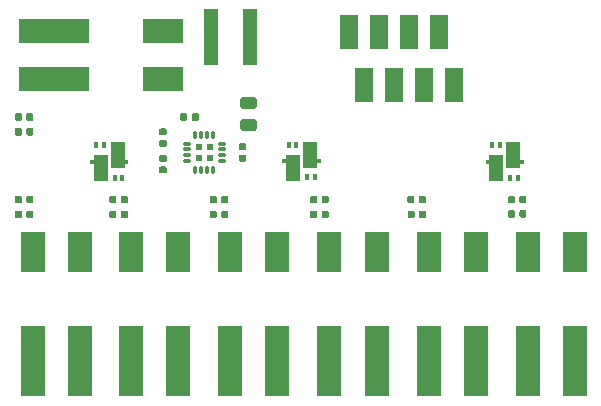
<source format=gbr>
G04 #@! TF.GenerationSoftware,KiCad,Pcbnew,5.0.2-bee76a0~70~ubuntu18.04.1*
G04 #@! TF.CreationDate,2020-03-12T15:00:25+01:00*
G04 #@! TF.ProjectId,magneto_bot_shield,6d61676e-6574-46f5-9f62-6f745f736869,rev?*
G04 #@! TF.SameCoordinates,Original*
G04 #@! TF.FileFunction,Paste,Top*
G04 #@! TF.FilePolarity,Positive*
%FSLAX46Y46*%
G04 Gerber Fmt 4.6, Leading zero omitted, Abs format (unit mm)*
G04 Created by KiCad (PCBNEW 5.0.2-bee76a0~70~ubuntu18.04.1) date Do 12 Mär 2020 15:00:25 CET*
%MOMM*%
%LPD*%
G01*
G04 APERTURE LIST*
%ADD10R,0.370000X0.430000*%
%ADD11R,0.400000X0.580000*%
%ADD12R,1.205000X2.225000*%
%ADD13C,0.100000*%
%ADD14C,0.590000*%
%ADD15C,0.975000*%
%ADD16R,2.000000X3.500000*%
%ADD17R,2.000000X6.000000*%
%ADD18R,3.500000X2.000000*%
%ADD19R,6.000000X2.000000*%
%ADD20R,1.180000X4.700000*%
%ADD21O,0.750000X0.300000*%
%ADD22O,0.300000X0.750000*%
%ADD23R,0.540000X0.540000*%
%ADD24R,1.500000X3.000000*%
G04 APERTURE END LIST*
D10*
G04 #@! TO.C,Q1*
X148417500Y-107522500D03*
X145487500Y-107522500D03*
D11*
X145852500Y-106162400D03*
X146502500Y-106162500D03*
X148052500Y-108882500D03*
X147402500Y-108882500D03*
D12*
X147680000Y-106975000D03*
X146225000Y-108070000D03*
G04 #@! TD*
D13*
G04 #@! TO.C,C1*
G36*
X153426958Y-103430710D02*
X153441276Y-103432834D01*
X153455317Y-103436351D01*
X153468946Y-103441228D01*
X153482031Y-103447417D01*
X153494447Y-103454858D01*
X153506073Y-103463481D01*
X153516798Y-103473202D01*
X153526519Y-103483927D01*
X153535142Y-103495553D01*
X153542583Y-103507969D01*
X153548772Y-103521054D01*
X153553649Y-103534683D01*
X153557166Y-103548724D01*
X153559290Y-103563042D01*
X153560000Y-103577500D01*
X153560000Y-103922500D01*
X153559290Y-103936958D01*
X153557166Y-103951276D01*
X153553649Y-103965317D01*
X153548772Y-103978946D01*
X153542583Y-103992031D01*
X153535142Y-104004447D01*
X153526519Y-104016073D01*
X153516798Y-104026798D01*
X153506073Y-104036519D01*
X153494447Y-104045142D01*
X153482031Y-104052583D01*
X153468946Y-104058772D01*
X153455317Y-104063649D01*
X153441276Y-104067166D01*
X153426958Y-104069290D01*
X153412500Y-104070000D01*
X153117500Y-104070000D01*
X153103042Y-104069290D01*
X153088724Y-104067166D01*
X153074683Y-104063649D01*
X153061054Y-104058772D01*
X153047969Y-104052583D01*
X153035553Y-104045142D01*
X153023927Y-104036519D01*
X153013202Y-104026798D01*
X153003481Y-104016073D01*
X152994858Y-104004447D01*
X152987417Y-103992031D01*
X152981228Y-103978946D01*
X152976351Y-103965317D01*
X152972834Y-103951276D01*
X152970710Y-103936958D01*
X152970000Y-103922500D01*
X152970000Y-103577500D01*
X152970710Y-103563042D01*
X152972834Y-103548724D01*
X152976351Y-103534683D01*
X152981228Y-103521054D01*
X152987417Y-103507969D01*
X152994858Y-103495553D01*
X153003481Y-103483927D01*
X153013202Y-103473202D01*
X153023927Y-103463481D01*
X153035553Y-103454858D01*
X153047969Y-103447417D01*
X153061054Y-103441228D01*
X153074683Y-103436351D01*
X153088724Y-103432834D01*
X153103042Y-103430710D01*
X153117500Y-103430000D01*
X153412500Y-103430000D01*
X153426958Y-103430710D01*
X153426958Y-103430710D01*
G37*
D14*
X153265000Y-103750000D03*
D13*
G36*
X154396958Y-103430710D02*
X154411276Y-103432834D01*
X154425317Y-103436351D01*
X154438946Y-103441228D01*
X154452031Y-103447417D01*
X154464447Y-103454858D01*
X154476073Y-103463481D01*
X154486798Y-103473202D01*
X154496519Y-103483927D01*
X154505142Y-103495553D01*
X154512583Y-103507969D01*
X154518772Y-103521054D01*
X154523649Y-103534683D01*
X154527166Y-103548724D01*
X154529290Y-103563042D01*
X154530000Y-103577500D01*
X154530000Y-103922500D01*
X154529290Y-103936958D01*
X154527166Y-103951276D01*
X154523649Y-103965317D01*
X154518772Y-103978946D01*
X154512583Y-103992031D01*
X154505142Y-104004447D01*
X154496519Y-104016073D01*
X154486798Y-104026798D01*
X154476073Y-104036519D01*
X154464447Y-104045142D01*
X154452031Y-104052583D01*
X154438946Y-104058772D01*
X154425317Y-104063649D01*
X154411276Y-104067166D01*
X154396958Y-104069290D01*
X154382500Y-104070000D01*
X154087500Y-104070000D01*
X154073042Y-104069290D01*
X154058724Y-104067166D01*
X154044683Y-104063649D01*
X154031054Y-104058772D01*
X154017969Y-104052583D01*
X154005553Y-104045142D01*
X153993927Y-104036519D01*
X153983202Y-104026798D01*
X153973481Y-104016073D01*
X153964858Y-104004447D01*
X153957417Y-103992031D01*
X153951228Y-103978946D01*
X153946351Y-103965317D01*
X153942834Y-103951276D01*
X153940710Y-103936958D01*
X153940000Y-103922500D01*
X153940000Y-103577500D01*
X153940710Y-103563042D01*
X153942834Y-103548724D01*
X153946351Y-103534683D01*
X153951228Y-103521054D01*
X153957417Y-103507969D01*
X153964858Y-103495553D01*
X153973481Y-103483927D01*
X153983202Y-103473202D01*
X153993927Y-103463481D01*
X154005553Y-103454858D01*
X154017969Y-103447417D01*
X154031054Y-103441228D01*
X154044683Y-103436351D01*
X154058724Y-103432834D01*
X154073042Y-103430710D01*
X154087500Y-103430000D01*
X154382500Y-103430000D01*
X154396958Y-103430710D01*
X154396958Y-103430710D01*
G37*
D14*
X154235000Y-103750000D03*
G04 #@! TD*
D13*
G04 #@! TO.C,C2*
G36*
X151686958Y-105690710D02*
X151701276Y-105692834D01*
X151715317Y-105696351D01*
X151728946Y-105701228D01*
X151742031Y-105707417D01*
X151754447Y-105714858D01*
X151766073Y-105723481D01*
X151776798Y-105733202D01*
X151786519Y-105743927D01*
X151795142Y-105755553D01*
X151802583Y-105767969D01*
X151808772Y-105781054D01*
X151813649Y-105794683D01*
X151817166Y-105808724D01*
X151819290Y-105823042D01*
X151820000Y-105837500D01*
X151820000Y-106132500D01*
X151819290Y-106146958D01*
X151817166Y-106161276D01*
X151813649Y-106175317D01*
X151808772Y-106188946D01*
X151802583Y-106202031D01*
X151795142Y-106214447D01*
X151786519Y-106226073D01*
X151776798Y-106236798D01*
X151766073Y-106246519D01*
X151754447Y-106255142D01*
X151742031Y-106262583D01*
X151728946Y-106268772D01*
X151715317Y-106273649D01*
X151701276Y-106277166D01*
X151686958Y-106279290D01*
X151672500Y-106280000D01*
X151327500Y-106280000D01*
X151313042Y-106279290D01*
X151298724Y-106277166D01*
X151284683Y-106273649D01*
X151271054Y-106268772D01*
X151257969Y-106262583D01*
X151245553Y-106255142D01*
X151233927Y-106246519D01*
X151223202Y-106236798D01*
X151213481Y-106226073D01*
X151204858Y-106214447D01*
X151197417Y-106202031D01*
X151191228Y-106188946D01*
X151186351Y-106175317D01*
X151182834Y-106161276D01*
X151180710Y-106146958D01*
X151180000Y-106132500D01*
X151180000Y-105837500D01*
X151180710Y-105823042D01*
X151182834Y-105808724D01*
X151186351Y-105794683D01*
X151191228Y-105781054D01*
X151197417Y-105767969D01*
X151204858Y-105755553D01*
X151213481Y-105743927D01*
X151223202Y-105733202D01*
X151233927Y-105723481D01*
X151245553Y-105714858D01*
X151257969Y-105707417D01*
X151271054Y-105701228D01*
X151284683Y-105696351D01*
X151298724Y-105692834D01*
X151313042Y-105690710D01*
X151327500Y-105690000D01*
X151672500Y-105690000D01*
X151686958Y-105690710D01*
X151686958Y-105690710D01*
G37*
D14*
X151500000Y-105985000D03*
D13*
G36*
X151686958Y-104720710D02*
X151701276Y-104722834D01*
X151715317Y-104726351D01*
X151728946Y-104731228D01*
X151742031Y-104737417D01*
X151754447Y-104744858D01*
X151766073Y-104753481D01*
X151776798Y-104763202D01*
X151786519Y-104773927D01*
X151795142Y-104785553D01*
X151802583Y-104797969D01*
X151808772Y-104811054D01*
X151813649Y-104824683D01*
X151817166Y-104838724D01*
X151819290Y-104853042D01*
X151820000Y-104867500D01*
X151820000Y-105162500D01*
X151819290Y-105176958D01*
X151817166Y-105191276D01*
X151813649Y-105205317D01*
X151808772Y-105218946D01*
X151802583Y-105232031D01*
X151795142Y-105244447D01*
X151786519Y-105256073D01*
X151776798Y-105266798D01*
X151766073Y-105276519D01*
X151754447Y-105285142D01*
X151742031Y-105292583D01*
X151728946Y-105298772D01*
X151715317Y-105303649D01*
X151701276Y-105307166D01*
X151686958Y-105309290D01*
X151672500Y-105310000D01*
X151327500Y-105310000D01*
X151313042Y-105309290D01*
X151298724Y-105307166D01*
X151284683Y-105303649D01*
X151271054Y-105298772D01*
X151257969Y-105292583D01*
X151245553Y-105285142D01*
X151233927Y-105276519D01*
X151223202Y-105266798D01*
X151213481Y-105256073D01*
X151204858Y-105244447D01*
X151197417Y-105232031D01*
X151191228Y-105218946D01*
X151186351Y-105205317D01*
X151182834Y-105191276D01*
X151180710Y-105176958D01*
X151180000Y-105162500D01*
X151180000Y-104867500D01*
X151180710Y-104853042D01*
X151182834Y-104838724D01*
X151186351Y-104824683D01*
X151191228Y-104811054D01*
X151197417Y-104797969D01*
X151204858Y-104785553D01*
X151213481Y-104773927D01*
X151223202Y-104763202D01*
X151233927Y-104753481D01*
X151245553Y-104744858D01*
X151257969Y-104737417D01*
X151271054Y-104731228D01*
X151284683Y-104726351D01*
X151298724Y-104722834D01*
X151313042Y-104720710D01*
X151327500Y-104720000D01*
X151672500Y-104720000D01*
X151686958Y-104720710D01*
X151686958Y-104720710D01*
G37*
D14*
X151500000Y-105015000D03*
G04 #@! TD*
D13*
G04 #@! TO.C,C3*
G36*
X151686958Y-106970710D02*
X151701276Y-106972834D01*
X151715317Y-106976351D01*
X151728946Y-106981228D01*
X151742031Y-106987417D01*
X151754447Y-106994858D01*
X151766073Y-107003481D01*
X151776798Y-107013202D01*
X151786519Y-107023927D01*
X151795142Y-107035553D01*
X151802583Y-107047969D01*
X151808772Y-107061054D01*
X151813649Y-107074683D01*
X151817166Y-107088724D01*
X151819290Y-107103042D01*
X151820000Y-107117500D01*
X151820000Y-107412500D01*
X151819290Y-107426958D01*
X151817166Y-107441276D01*
X151813649Y-107455317D01*
X151808772Y-107468946D01*
X151802583Y-107482031D01*
X151795142Y-107494447D01*
X151786519Y-107506073D01*
X151776798Y-107516798D01*
X151766073Y-107526519D01*
X151754447Y-107535142D01*
X151742031Y-107542583D01*
X151728946Y-107548772D01*
X151715317Y-107553649D01*
X151701276Y-107557166D01*
X151686958Y-107559290D01*
X151672500Y-107560000D01*
X151327500Y-107560000D01*
X151313042Y-107559290D01*
X151298724Y-107557166D01*
X151284683Y-107553649D01*
X151271054Y-107548772D01*
X151257969Y-107542583D01*
X151245553Y-107535142D01*
X151233927Y-107526519D01*
X151223202Y-107516798D01*
X151213481Y-107506073D01*
X151204858Y-107494447D01*
X151197417Y-107482031D01*
X151191228Y-107468946D01*
X151186351Y-107455317D01*
X151182834Y-107441276D01*
X151180710Y-107426958D01*
X151180000Y-107412500D01*
X151180000Y-107117500D01*
X151180710Y-107103042D01*
X151182834Y-107088724D01*
X151186351Y-107074683D01*
X151191228Y-107061054D01*
X151197417Y-107047969D01*
X151204858Y-107035553D01*
X151213481Y-107023927D01*
X151223202Y-107013202D01*
X151233927Y-107003481D01*
X151245553Y-106994858D01*
X151257969Y-106987417D01*
X151271054Y-106981228D01*
X151284683Y-106976351D01*
X151298724Y-106972834D01*
X151313042Y-106970710D01*
X151327500Y-106970000D01*
X151672500Y-106970000D01*
X151686958Y-106970710D01*
X151686958Y-106970710D01*
G37*
D14*
X151500000Y-107265000D03*
D13*
G36*
X151686958Y-107940710D02*
X151701276Y-107942834D01*
X151715317Y-107946351D01*
X151728946Y-107951228D01*
X151742031Y-107957417D01*
X151754447Y-107964858D01*
X151766073Y-107973481D01*
X151776798Y-107983202D01*
X151786519Y-107993927D01*
X151795142Y-108005553D01*
X151802583Y-108017969D01*
X151808772Y-108031054D01*
X151813649Y-108044683D01*
X151817166Y-108058724D01*
X151819290Y-108073042D01*
X151820000Y-108087500D01*
X151820000Y-108382500D01*
X151819290Y-108396958D01*
X151817166Y-108411276D01*
X151813649Y-108425317D01*
X151808772Y-108438946D01*
X151802583Y-108452031D01*
X151795142Y-108464447D01*
X151786519Y-108476073D01*
X151776798Y-108486798D01*
X151766073Y-108496519D01*
X151754447Y-108505142D01*
X151742031Y-108512583D01*
X151728946Y-108518772D01*
X151715317Y-108523649D01*
X151701276Y-108527166D01*
X151686958Y-108529290D01*
X151672500Y-108530000D01*
X151327500Y-108530000D01*
X151313042Y-108529290D01*
X151298724Y-108527166D01*
X151284683Y-108523649D01*
X151271054Y-108518772D01*
X151257969Y-108512583D01*
X151245553Y-108505142D01*
X151233927Y-108496519D01*
X151223202Y-108486798D01*
X151213481Y-108476073D01*
X151204858Y-108464447D01*
X151197417Y-108452031D01*
X151191228Y-108438946D01*
X151186351Y-108425317D01*
X151182834Y-108411276D01*
X151180710Y-108396958D01*
X151180000Y-108382500D01*
X151180000Y-108087500D01*
X151180710Y-108073042D01*
X151182834Y-108058724D01*
X151186351Y-108044683D01*
X151191228Y-108031054D01*
X151197417Y-108017969D01*
X151204858Y-108005553D01*
X151213481Y-107993927D01*
X151223202Y-107983202D01*
X151233927Y-107973481D01*
X151245553Y-107964858D01*
X151257969Y-107957417D01*
X151271054Y-107951228D01*
X151284683Y-107946351D01*
X151298724Y-107942834D01*
X151313042Y-107940710D01*
X151327500Y-107940000D01*
X151672500Y-107940000D01*
X151686958Y-107940710D01*
X151686958Y-107940710D01*
G37*
D14*
X151500000Y-108235000D03*
G04 #@! TD*
D13*
G04 #@! TO.C,C4*
G36*
X158436958Y-105970710D02*
X158451276Y-105972834D01*
X158465317Y-105976351D01*
X158478946Y-105981228D01*
X158492031Y-105987417D01*
X158504447Y-105994858D01*
X158516073Y-106003481D01*
X158526798Y-106013202D01*
X158536519Y-106023927D01*
X158545142Y-106035553D01*
X158552583Y-106047969D01*
X158558772Y-106061054D01*
X158563649Y-106074683D01*
X158567166Y-106088724D01*
X158569290Y-106103042D01*
X158570000Y-106117500D01*
X158570000Y-106412500D01*
X158569290Y-106426958D01*
X158567166Y-106441276D01*
X158563649Y-106455317D01*
X158558772Y-106468946D01*
X158552583Y-106482031D01*
X158545142Y-106494447D01*
X158536519Y-106506073D01*
X158526798Y-106516798D01*
X158516073Y-106526519D01*
X158504447Y-106535142D01*
X158492031Y-106542583D01*
X158478946Y-106548772D01*
X158465317Y-106553649D01*
X158451276Y-106557166D01*
X158436958Y-106559290D01*
X158422500Y-106560000D01*
X158077500Y-106560000D01*
X158063042Y-106559290D01*
X158048724Y-106557166D01*
X158034683Y-106553649D01*
X158021054Y-106548772D01*
X158007969Y-106542583D01*
X157995553Y-106535142D01*
X157983927Y-106526519D01*
X157973202Y-106516798D01*
X157963481Y-106506073D01*
X157954858Y-106494447D01*
X157947417Y-106482031D01*
X157941228Y-106468946D01*
X157936351Y-106455317D01*
X157932834Y-106441276D01*
X157930710Y-106426958D01*
X157930000Y-106412500D01*
X157930000Y-106117500D01*
X157930710Y-106103042D01*
X157932834Y-106088724D01*
X157936351Y-106074683D01*
X157941228Y-106061054D01*
X157947417Y-106047969D01*
X157954858Y-106035553D01*
X157963481Y-106023927D01*
X157973202Y-106013202D01*
X157983927Y-106003481D01*
X157995553Y-105994858D01*
X158007969Y-105987417D01*
X158021054Y-105981228D01*
X158034683Y-105976351D01*
X158048724Y-105972834D01*
X158063042Y-105970710D01*
X158077500Y-105970000D01*
X158422500Y-105970000D01*
X158436958Y-105970710D01*
X158436958Y-105970710D01*
G37*
D14*
X158250000Y-106265000D03*
D13*
G36*
X158436958Y-106940710D02*
X158451276Y-106942834D01*
X158465317Y-106946351D01*
X158478946Y-106951228D01*
X158492031Y-106957417D01*
X158504447Y-106964858D01*
X158516073Y-106973481D01*
X158526798Y-106983202D01*
X158536519Y-106993927D01*
X158545142Y-107005553D01*
X158552583Y-107017969D01*
X158558772Y-107031054D01*
X158563649Y-107044683D01*
X158567166Y-107058724D01*
X158569290Y-107073042D01*
X158570000Y-107087500D01*
X158570000Y-107382500D01*
X158569290Y-107396958D01*
X158567166Y-107411276D01*
X158563649Y-107425317D01*
X158558772Y-107438946D01*
X158552583Y-107452031D01*
X158545142Y-107464447D01*
X158536519Y-107476073D01*
X158526798Y-107486798D01*
X158516073Y-107496519D01*
X158504447Y-107505142D01*
X158492031Y-107512583D01*
X158478946Y-107518772D01*
X158465317Y-107523649D01*
X158451276Y-107527166D01*
X158436958Y-107529290D01*
X158422500Y-107530000D01*
X158077500Y-107530000D01*
X158063042Y-107529290D01*
X158048724Y-107527166D01*
X158034683Y-107523649D01*
X158021054Y-107518772D01*
X158007969Y-107512583D01*
X157995553Y-107505142D01*
X157983927Y-107496519D01*
X157973202Y-107486798D01*
X157963481Y-107476073D01*
X157954858Y-107464447D01*
X157947417Y-107452031D01*
X157941228Y-107438946D01*
X157936351Y-107425317D01*
X157932834Y-107411276D01*
X157930710Y-107396958D01*
X157930000Y-107382500D01*
X157930000Y-107087500D01*
X157930710Y-107073042D01*
X157932834Y-107058724D01*
X157936351Y-107044683D01*
X157941228Y-107031054D01*
X157947417Y-107017969D01*
X157954858Y-107005553D01*
X157963481Y-106993927D01*
X157973202Y-106983202D01*
X157983927Y-106973481D01*
X157995553Y-106964858D01*
X158007969Y-106957417D01*
X158021054Y-106951228D01*
X158034683Y-106946351D01*
X158048724Y-106942834D01*
X158063042Y-106940710D01*
X158077500Y-106940000D01*
X158422500Y-106940000D01*
X158436958Y-106940710D01*
X158436958Y-106940710D01*
G37*
D14*
X158250000Y-107235000D03*
G04 #@! TD*
D13*
G04 #@! TO.C,C5*
G36*
X159230142Y-102076174D02*
X159253803Y-102079684D01*
X159277007Y-102085496D01*
X159299529Y-102093554D01*
X159321153Y-102103782D01*
X159341670Y-102116079D01*
X159360883Y-102130329D01*
X159378607Y-102146393D01*
X159394671Y-102164117D01*
X159408921Y-102183330D01*
X159421218Y-102203847D01*
X159431446Y-102225471D01*
X159439504Y-102247993D01*
X159445316Y-102271197D01*
X159448826Y-102294858D01*
X159450000Y-102318750D01*
X159450000Y-102806250D01*
X159448826Y-102830142D01*
X159445316Y-102853803D01*
X159439504Y-102877007D01*
X159431446Y-102899529D01*
X159421218Y-102921153D01*
X159408921Y-102941670D01*
X159394671Y-102960883D01*
X159378607Y-102978607D01*
X159360883Y-102994671D01*
X159341670Y-103008921D01*
X159321153Y-103021218D01*
X159299529Y-103031446D01*
X159277007Y-103039504D01*
X159253803Y-103045316D01*
X159230142Y-103048826D01*
X159206250Y-103050000D01*
X158293750Y-103050000D01*
X158269858Y-103048826D01*
X158246197Y-103045316D01*
X158222993Y-103039504D01*
X158200471Y-103031446D01*
X158178847Y-103021218D01*
X158158330Y-103008921D01*
X158139117Y-102994671D01*
X158121393Y-102978607D01*
X158105329Y-102960883D01*
X158091079Y-102941670D01*
X158078782Y-102921153D01*
X158068554Y-102899529D01*
X158060496Y-102877007D01*
X158054684Y-102853803D01*
X158051174Y-102830142D01*
X158050000Y-102806250D01*
X158050000Y-102318750D01*
X158051174Y-102294858D01*
X158054684Y-102271197D01*
X158060496Y-102247993D01*
X158068554Y-102225471D01*
X158078782Y-102203847D01*
X158091079Y-102183330D01*
X158105329Y-102164117D01*
X158121393Y-102146393D01*
X158139117Y-102130329D01*
X158158330Y-102116079D01*
X158178847Y-102103782D01*
X158200471Y-102093554D01*
X158222993Y-102085496D01*
X158246197Y-102079684D01*
X158269858Y-102076174D01*
X158293750Y-102075000D01*
X159206250Y-102075000D01*
X159230142Y-102076174D01*
X159230142Y-102076174D01*
G37*
D15*
X158750000Y-102562500D03*
D13*
G36*
X159230142Y-103951174D02*
X159253803Y-103954684D01*
X159277007Y-103960496D01*
X159299529Y-103968554D01*
X159321153Y-103978782D01*
X159341670Y-103991079D01*
X159360883Y-104005329D01*
X159378607Y-104021393D01*
X159394671Y-104039117D01*
X159408921Y-104058330D01*
X159421218Y-104078847D01*
X159431446Y-104100471D01*
X159439504Y-104122993D01*
X159445316Y-104146197D01*
X159448826Y-104169858D01*
X159450000Y-104193750D01*
X159450000Y-104681250D01*
X159448826Y-104705142D01*
X159445316Y-104728803D01*
X159439504Y-104752007D01*
X159431446Y-104774529D01*
X159421218Y-104796153D01*
X159408921Y-104816670D01*
X159394671Y-104835883D01*
X159378607Y-104853607D01*
X159360883Y-104869671D01*
X159341670Y-104883921D01*
X159321153Y-104896218D01*
X159299529Y-104906446D01*
X159277007Y-104914504D01*
X159253803Y-104920316D01*
X159230142Y-104923826D01*
X159206250Y-104925000D01*
X158293750Y-104925000D01*
X158269858Y-104923826D01*
X158246197Y-104920316D01*
X158222993Y-104914504D01*
X158200471Y-104906446D01*
X158178847Y-104896218D01*
X158158330Y-104883921D01*
X158139117Y-104869671D01*
X158121393Y-104853607D01*
X158105329Y-104835883D01*
X158091079Y-104816670D01*
X158078782Y-104796153D01*
X158068554Y-104774529D01*
X158060496Y-104752007D01*
X158054684Y-104728803D01*
X158051174Y-104705142D01*
X158050000Y-104681250D01*
X158050000Y-104193750D01*
X158051174Y-104169858D01*
X158054684Y-104146197D01*
X158060496Y-104122993D01*
X158068554Y-104100471D01*
X158078782Y-104078847D01*
X158091079Y-104058330D01*
X158105329Y-104039117D01*
X158121393Y-104021393D01*
X158139117Y-104005329D01*
X158158330Y-103991079D01*
X158178847Y-103978782D01*
X158200471Y-103968554D01*
X158222993Y-103960496D01*
X158246197Y-103954684D01*
X158269858Y-103951174D01*
X158293750Y-103950000D01*
X159206250Y-103950000D01*
X159230142Y-103951174D01*
X159230142Y-103951174D01*
G37*
D15*
X158750000Y-104437500D03*
G04 #@! TD*
D13*
G04 #@! TO.C,D1*
G36*
X181176958Y-111630710D02*
X181191276Y-111632834D01*
X181205317Y-111636351D01*
X181218946Y-111641228D01*
X181232031Y-111647417D01*
X181244447Y-111654858D01*
X181256073Y-111663481D01*
X181266798Y-111673202D01*
X181276519Y-111683927D01*
X181285142Y-111695553D01*
X181292583Y-111707969D01*
X181298772Y-111721054D01*
X181303649Y-111734683D01*
X181307166Y-111748724D01*
X181309290Y-111763042D01*
X181310000Y-111777500D01*
X181310000Y-112122500D01*
X181309290Y-112136958D01*
X181307166Y-112151276D01*
X181303649Y-112165317D01*
X181298772Y-112178946D01*
X181292583Y-112192031D01*
X181285142Y-112204447D01*
X181276519Y-112216073D01*
X181266798Y-112226798D01*
X181256073Y-112236519D01*
X181244447Y-112245142D01*
X181232031Y-112252583D01*
X181218946Y-112258772D01*
X181205317Y-112263649D01*
X181191276Y-112267166D01*
X181176958Y-112269290D01*
X181162500Y-112270000D01*
X180867500Y-112270000D01*
X180853042Y-112269290D01*
X180838724Y-112267166D01*
X180824683Y-112263649D01*
X180811054Y-112258772D01*
X180797969Y-112252583D01*
X180785553Y-112245142D01*
X180773927Y-112236519D01*
X180763202Y-112226798D01*
X180753481Y-112216073D01*
X180744858Y-112204447D01*
X180737417Y-112192031D01*
X180731228Y-112178946D01*
X180726351Y-112165317D01*
X180722834Y-112151276D01*
X180720710Y-112136958D01*
X180720000Y-112122500D01*
X180720000Y-111777500D01*
X180720710Y-111763042D01*
X180722834Y-111748724D01*
X180726351Y-111734683D01*
X180731228Y-111721054D01*
X180737417Y-111707969D01*
X180744858Y-111695553D01*
X180753481Y-111683927D01*
X180763202Y-111673202D01*
X180773927Y-111663481D01*
X180785553Y-111654858D01*
X180797969Y-111647417D01*
X180811054Y-111641228D01*
X180824683Y-111636351D01*
X180838724Y-111632834D01*
X180853042Y-111630710D01*
X180867500Y-111630000D01*
X181162500Y-111630000D01*
X181176958Y-111630710D01*
X181176958Y-111630710D01*
G37*
D14*
X181015000Y-111950000D03*
D13*
G36*
X182146958Y-111630710D02*
X182161276Y-111632834D01*
X182175317Y-111636351D01*
X182188946Y-111641228D01*
X182202031Y-111647417D01*
X182214447Y-111654858D01*
X182226073Y-111663481D01*
X182236798Y-111673202D01*
X182246519Y-111683927D01*
X182255142Y-111695553D01*
X182262583Y-111707969D01*
X182268772Y-111721054D01*
X182273649Y-111734683D01*
X182277166Y-111748724D01*
X182279290Y-111763042D01*
X182280000Y-111777500D01*
X182280000Y-112122500D01*
X182279290Y-112136958D01*
X182277166Y-112151276D01*
X182273649Y-112165317D01*
X182268772Y-112178946D01*
X182262583Y-112192031D01*
X182255142Y-112204447D01*
X182246519Y-112216073D01*
X182236798Y-112226798D01*
X182226073Y-112236519D01*
X182214447Y-112245142D01*
X182202031Y-112252583D01*
X182188946Y-112258772D01*
X182175317Y-112263649D01*
X182161276Y-112267166D01*
X182146958Y-112269290D01*
X182132500Y-112270000D01*
X181837500Y-112270000D01*
X181823042Y-112269290D01*
X181808724Y-112267166D01*
X181794683Y-112263649D01*
X181781054Y-112258772D01*
X181767969Y-112252583D01*
X181755553Y-112245142D01*
X181743927Y-112236519D01*
X181733202Y-112226798D01*
X181723481Y-112216073D01*
X181714858Y-112204447D01*
X181707417Y-112192031D01*
X181701228Y-112178946D01*
X181696351Y-112165317D01*
X181692834Y-112151276D01*
X181690710Y-112136958D01*
X181690000Y-112122500D01*
X181690000Y-111777500D01*
X181690710Y-111763042D01*
X181692834Y-111748724D01*
X181696351Y-111734683D01*
X181701228Y-111721054D01*
X181707417Y-111707969D01*
X181714858Y-111695553D01*
X181723481Y-111683927D01*
X181733202Y-111673202D01*
X181743927Y-111663481D01*
X181755553Y-111654858D01*
X181767969Y-111647417D01*
X181781054Y-111641228D01*
X181794683Y-111636351D01*
X181808724Y-111632834D01*
X181823042Y-111630710D01*
X181837500Y-111630000D01*
X182132500Y-111630000D01*
X182146958Y-111630710D01*
X182146958Y-111630710D01*
G37*
D14*
X181985000Y-111950000D03*
G04 #@! TD*
D13*
G04 #@! TO.C,D2*
G36*
X173646958Y-111680710D02*
X173661276Y-111682834D01*
X173675317Y-111686351D01*
X173688946Y-111691228D01*
X173702031Y-111697417D01*
X173714447Y-111704858D01*
X173726073Y-111713481D01*
X173736798Y-111723202D01*
X173746519Y-111733927D01*
X173755142Y-111745553D01*
X173762583Y-111757969D01*
X173768772Y-111771054D01*
X173773649Y-111784683D01*
X173777166Y-111798724D01*
X173779290Y-111813042D01*
X173780000Y-111827500D01*
X173780000Y-112172500D01*
X173779290Y-112186958D01*
X173777166Y-112201276D01*
X173773649Y-112215317D01*
X173768772Y-112228946D01*
X173762583Y-112242031D01*
X173755142Y-112254447D01*
X173746519Y-112266073D01*
X173736798Y-112276798D01*
X173726073Y-112286519D01*
X173714447Y-112295142D01*
X173702031Y-112302583D01*
X173688946Y-112308772D01*
X173675317Y-112313649D01*
X173661276Y-112317166D01*
X173646958Y-112319290D01*
X173632500Y-112320000D01*
X173337500Y-112320000D01*
X173323042Y-112319290D01*
X173308724Y-112317166D01*
X173294683Y-112313649D01*
X173281054Y-112308772D01*
X173267969Y-112302583D01*
X173255553Y-112295142D01*
X173243927Y-112286519D01*
X173233202Y-112276798D01*
X173223481Y-112266073D01*
X173214858Y-112254447D01*
X173207417Y-112242031D01*
X173201228Y-112228946D01*
X173196351Y-112215317D01*
X173192834Y-112201276D01*
X173190710Y-112186958D01*
X173190000Y-112172500D01*
X173190000Y-111827500D01*
X173190710Y-111813042D01*
X173192834Y-111798724D01*
X173196351Y-111784683D01*
X173201228Y-111771054D01*
X173207417Y-111757969D01*
X173214858Y-111745553D01*
X173223481Y-111733927D01*
X173233202Y-111723202D01*
X173243927Y-111713481D01*
X173255553Y-111704858D01*
X173267969Y-111697417D01*
X173281054Y-111691228D01*
X173294683Y-111686351D01*
X173308724Y-111682834D01*
X173323042Y-111680710D01*
X173337500Y-111680000D01*
X173632500Y-111680000D01*
X173646958Y-111680710D01*
X173646958Y-111680710D01*
G37*
D14*
X173485000Y-112000000D03*
D13*
G36*
X172676958Y-111680710D02*
X172691276Y-111682834D01*
X172705317Y-111686351D01*
X172718946Y-111691228D01*
X172732031Y-111697417D01*
X172744447Y-111704858D01*
X172756073Y-111713481D01*
X172766798Y-111723202D01*
X172776519Y-111733927D01*
X172785142Y-111745553D01*
X172792583Y-111757969D01*
X172798772Y-111771054D01*
X172803649Y-111784683D01*
X172807166Y-111798724D01*
X172809290Y-111813042D01*
X172810000Y-111827500D01*
X172810000Y-112172500D01*
X172809290Y-112186958D01*
X172807166Y-112201276D01*
X172803649Y-112215317D01*
X172798772Y-112228946D01*
X172792583Y-112242031D01*
X172785142Y-112254447D01*
X172776519Y-112266073D01*
X172766798Y-112276798D01*
X172756073Y-112286519D01*
X172744447Y-112295142D01*
X172732031Y-112302583D01*
X172718946Y-112308772D01*
X172705317Y-112313649D01*
X172691276Y-112317166D01*
X172676958Y-112319290D01*
X172662500Y-112320000D01*
X172367500Y-112320000D01*
X172353042Y-112319290D01*
X172338724Y-112317166D01*
X172324683Y-112313649D01*
X172311054Y-112308772D01*
X172297969Y-112302583D01*
X172285553Y-112295142D01*
X172273927Y-112286519D01*
X172263202Y-112276798D01*
X172253481Y-112266073D01*
X172244858Y-112254447D01*
X172237417Y-112242031D01*
X172231228Y-112228946D01*
X172226351Y-112215317D01*
X172222834Y-112201276D01*
X172220710Y-112186958D01*
X172220000Y-112172500D01*
X172220000Y-111827500D01*
X172220710Y-111813042D01*
X172222834Y-111798724D01*
X172226351Y-111784683D01*
X172231228Y-111771054D01*
X172237417Y-111757969D01*
X172244858Y-111745553D01*
X172253481Y-111733927D01*
X172263202Y-111723202D01*
X172273927Y-111713481D01*
X172285553Y-111704858D01*
X172297969Y-111697417D01*
X172311054Y-111691228D01*
X172324683Y-111686351D01*
X172338724Y-111682834D01*
X172353042Y-111680710D01*
X172367500Y-111680000D01*
X172662500Y-111680000D01*
X172676958Y-111680710D01*
X172676958Y-111680710D01*
G37*
D14*
X172515000Y-112000000D03*
G04 #@! TD*
D13*
G04 #@! TO.C,D3*
G36*
X164426958Y-111680710D02*
X164441276Y-111682834D01*
X164455317Y-111686351D01*
X164468946Y-111691228D01*
X164482031Y-111697417D01*
X164494447Y-111704858D01*
X164506073Y-111713481D01*
X164516798Y-111723202D01*
X164526519Y-111733927D01*
X164535142Y-111745553D01*
X164542583Y-111757969D01*
X164548772Y-111771054D01*
X164553649Y-111784683D01*
X164557166Y-111798724D01*
X164559290Y-111813042D01*
X164560000Y-111827500D01*
X164560000Y-112172500D01*
X164559290Y-112186958D01*
X164557166Y-112201276D01*
X164553649Y-112215317D01*
X164548772Y-112228946D01*
X164542583Y-112242031D01*
X164535142Y-112254447D01*
X164526519Y-112266073D01*
X164516798Y-112276798D01*
X164506073Y-112286519D01*
X164494447Y-112295142D01*
X164482031Y-112302583D01*
X164468946Y-112308772D01*
X164455317Y-112313649D01*
X164441276Y-112317166D01*
X164426958Y-112319290D01*
X164412500Y-112320000D01*
X164117500Y-112320000D01*
X164103042Y-112319290D01*
X164088724Y-112317166D01*
X164074683Y-112313649D01*
X164061054Y-112308772D01*
X164047969Y-112302583D01*
X164035553Y-112295142D01*
X164023927Y-112286519D01*
X164013202Y-112276798D01*
X164003481Y-112266073D01*
X163994858Y-112254447D01*
X163987417Y-112242031D01*
X163981228Y-112228946D01*
X163976351Y-112215317D01*
X163972834Y-112201276D01*
X163970710Y-112186958D01*
X163970000Y-112172500D01*
X163970000Y-111827500D01*
X163970710Y-111813042D01*
X163972834Y-111798724D01*
X163976351Y-111784683D01*
X163981228Y-111771054D01*
X163987417Y-111757969D01*
X163994858Y-111745553D01*
X164003481Y-111733927D01*
X164013202Y-111723202D01*
X164023927Y-111713481D01*
X164035553Y-111704858D01*
X164047969Y-111697417D01*
X164061054Y-111691228D01*
X164074683Y-111686351D01*
X164088724Y-111682834D01*
X164103042Y-111680710D01*
X164117500Y-111680000D01*
X164412500Y-111680000D01*
X164426958Y-111680710D01*
X164426958Y-111680710D01*
G37*
D14*
X164265000Y-112000000D03*
D13*
G36*
X165396958Y-111680710D02*
X165411276Y-111682834D01*
X165425317Y-111686351D01*
X165438946Y-111691228D01*
X165452031Y-111697417D01*
X165464447Y-111704858D01*
X165476073Y-111713481D01*
X165486798Y-111723202D01*
X165496519Y-111733927D01*
X165505142Y-111745553D01*
X165512583Y-111757969D01*
X165518772Y-111771054D01*
X165523649Y-111784683D01*
X165527166Y-111798724D01*
X165529290Y-111813042D01*
X165530000Y-111827500D01*
X165530000Y-112172500D01*
X165529290Y-112186958D01*
X165527166Y-112201276D01*
X165523649Y-112215317D01*
X165518772Y-112228946D01*
X165512583Y-112242031D01*
X165505142Y-112254447D01*
X165496519Y-112266073D01*
X165486798Y-112276798D01*
X165476073Y-112286519D01*
X165464447Y-112295142D01*
X165452031Y-112302583D01*
X165438946Y-112308772D01*
X165425317Y-112313649D01*
X165411276Y-112317166D01*
X165396958Y-112319290D01*
X165382500Y-112320000D01*
X165087500Y-112320000D01*
X165073042Y-112319290D01*
X165058724Y-112317166D01*
X165044683Y-112313649D01*
X165031054Y-112308772D01*
X165017969Y-112302583D01*
X165005553Y-112295142D01*
X164993927Y-112286519D01*
X164983202Y-112276798D01*
X164973481Y-112266073D01*
X164964858Y-112254447D01*
X164957417Y-112242031D01*
X164951228Y-112228946D01*
X164946351Y-112215317D01*
X164942834Y-112201276D01*
X164940710Y-112186958D01*
X164940000Y-112172500D01*
X164940000Y-111827500D01*
X164940710Y-111813042D01*
X164942834Y-111798724D01*
X164946351Y-111784683D01*
X164951228Y-111771054D01*
X164957417Y-111757969D01*
X164964858Y-111745553D01*
X164973481Y-111733927D01*
X164983202Y-111723202D01*
X164993927Y-111713481D01*
X165005553Y-111704858D01*
X165017969Y-111697417D01*
X165031054Y-111691228D01*
X165044683Y-111686351D01*
X165058724Y-111682834D01*
X165073042Y-111680710D01*
X165087500Y-111680000D01*
X165382500Y-111680000D01*
X165396958Y-111680710D01*
X165396958Y-111680710D01*
G37*
D14*
X165235000Y-112000000D03*
G04 #@! TD*
D13*
G04 #@! TO.C,D4*
G36*
X156896958Y-111680710D02*
X156911276Y-111682834D01*
X156925317Y-111686351D01*
X156938946Y-111691228D01*
X156952031Y-111697417D01*
X156964447Y-111704858D01*
X156976073Y-111713481D01*
X156986798Y-111723202D01*
X156996519Y-111733927D01*
X157005142Y-111745553D01*
X157012583Y-111757969D01*
X157018772Y-111771054D01*
X157023649Y-111784683D01*
X157027166Y-111798724D01*
X157029290Y-111813042D01*
X157030000Y-111827500D01*
X157030000Y-112172500D01*
X157029290Y-112186958D01*
X157027166Y-112201276D01*
X157023649Y-112215317D01*
X157018772Y-112228946D01*
X157012583Y-112242031D01*
X157005142Y-112254447D01*
X156996519Y-112266073D01*
X156986798Y-112276798D01*
X156976073Y-112286519D01*
X156964447Y-112295142D01*
X156952031Y-112302583D01*
X156938946Y-112308772D01*
X156925317Y-112313649D01*
X156911276Y-112317166D01*
X156896958Y-112319290D01*
X156882500Y-112320000D01*
X156587500Y-112320000D01*
X156573042Y-112319290D01*
X156558724Y-112317166D01*
X156544683Y-112313649D01*
X156531054Y-112308772D01*
X156517969Y-112302583D01*
X156505553Y-112295142D01*
X156493927Y-112286519D01*
X156483202Y-112276798D01*
X156473481Y-112266073D01*
X156464858Y-112254447D01*
X156457417Y-112242031D01*
X156451228Y-112228946D01*
X156446351Y-112215317D01*
X156442834Y-112201276D01*
X156440710Y-112186958D01*
X156440000Y-112172500D01*
X156440000Y-111827500D01*
X156440710Y-111813042D01*
X156442834Y-111798724D01*
X156446351Y-111784683D01*
X156451228Y-111771054D01*
X156457417Y-111757969D01*
X156464858Y-111745553D01*
X156473481Y-111733927D01*
X156483202Y-111723202D01*
X156493927Y-111713481D01*
X156505553Y-111704858D01*
X156517969Y-111697417D01*
X156531054Y-111691228D01*
X156544683Y-111686351D01*
X156558724Y-111682834D01*
X156573042Y-111680710D01*
X156587500Y-111680000D01*
X156882500Y-111680000D01*
X156896958Y-111680710D01*
X156896958Y-111680710D01*
G37*
D14*
X156735000Y-112000000D03*
D13*
G36*
X155926958Y-111680710D02*
X155941276Y-111682834D01*
X155955317Y-111686351D01*
X155968946Y-111691228D01*
X155982031Y-111697417D01*
X155994447Y-111704858D01*
X156006073Y-111713481D01*
X156016798Y-111723202D01*
X156026519Y-111733927D01*
X156035142Y-111745553D01*
X156042583Y-111757969D01*
X156048772Y-111771054D01*
X156053649Y-111784683D01*
X156057166Y-111798724D01*
X156059290Y-111813042D01*
X156060000Y-111827500D01*
X156060000Y-112172500D01*
X156059290Y-112186958D01*
X156057166Y-112201276D01*
X156053649Y-112215317D01*
X156048772Y-112228946D01*
X156042583Y-112242031D01*
X156035142Y-112254447D01*
X156026519Y-112266073D01*
X156016798Y-112276798D01*
X156006073Y-112286519D01*
X155994447Y-112295142D01*
X155982031Y-112302583D01*
X155968946Y-112308772D01*
X155955317Y-112313649D01*
X155941276Y-112317166D01*
X155926958Y-112319290D01*
X155912500Y-112320000D01*
X155617500Y-112320000D01*
X155603042Y-112319290D01*
X155588724Y-112317166D01*
X155574683Y-112313649D01*
X155561054Y-112308772D01*
X155547969Y-112302583D01*
X155535553Y-112295142D01*
X155523927Y-112286519D01*
X155513202Y-112276798D01*
X155503481Y-112266073D01*
X155494858Y-112254447D01*
X155487417Y-112242031D01*
X155481228Y-112228946D01*
X155476351Y-112215317D01*
X155472834Y-112201276D01*
X155470710Y-112186958D01*
X155470000Y-112172500D01*
X155470000Y-111827500D01*
X155470710Y-111813042D01*
X155472834Y-111798724D01*
X155476351Y-111784683D01*
X155481228Y-111771054D01*
X155487417Y-111757969D01*
X155494858Y-111745553D01*
X155503481Y-111733927D01*
X155513202Y-111723202D01*
X155523927Y-111713481D01*
X155535553Y-111704858D01*
X155547969Y-111697417D01*
X155561054Y-111691228D01*
X155574683Y-111686351D01*
X155588724Y-111682834D01*
X155603042Y-111680710D01*
X155617500Y-111680000D01*
X155912500Y-111680000D01*
X155926958Y-111680710D01*
X155926958Y-111680710D01*
G37*
D14*
X155765000Y-112000000D03*
G04 #@! TD*
D13*
G04 #@! TO.C,D5*
G36*
X147426958Y-111680710D02*
X147441276Y-111682834D01*
X147455317Y-111686351D01*
X147468946Y-111691228D01*
X147482031Y-111697417D01*
X147494447Y-111704858D01*
X147506073Y-111713481D01*
X147516798Y-111723202D01*
X147526519Y-111733927D01*
X147535142Y-111745553D01*
X147542583Y-111757969D01*
X147548772Y-111771054D01*
X147553649Y-111784683D01*
X147557166Y-111798724D01*
X147559290Y-111813042D01*
X147560000Y-111827500D01*
X147560000Y-112172500D01*
X147559290Y-112186958D01*
X147557166Y-112201276D01*
X147553649Y-112215317D01*
X147548772Y-112228946D01*
X147542583Y-112242031D01*
X147535142Y-112254447D01*
X147526519Y-112266073D01*
X147516798Y-112276798D01*
X147506073Y-112286519D01*
X147494447Y-112295142D01*
X147482031Y-112302583D01*
X147468946Y-112308772D01*
X147455317Y-112313649D01*
X147441276Y-112317166D01*
X147426958Y-112319290D01*
X147412500Y-112320000D01*
X147117500Y-112320000D01*
X147103042Y-112319290D01*
X147088724Y-112317166D01*
X147074683Y-112313649D01*
X147061054Y-112308772D01*
X147047969Y-112302583D01*
X147035553Y-112295142D01*
X147023927Y-112286519D01*
X147013202Y-112276798D01*
X147003481Y-112266073D01*
X146994858Y-112254447D01*
X146987417Y-112242031D01*
X146981228Y-112228946D01*
X146976351Y-112215317D01*
X146972834Y-112201276D01*
X146970710Y-112186958D01*
X146970000Y-112172500D01*
X146970000Y-111827500D01*
X146970710Y-111813042D01*
X146972834Y-111798724D01*
X146976351Y-111784683D01*
X146981228Y-111771054D01*
X146987417Y-111757969D01*
X146994858Y-111745553D01*
X147003481Y-111733927D01*
X147013202Y-111723202D01*
X147023927Y-111713481D01*
X147035553Y-111704858D01*
X147047969Y-111697417D01*
X147061054Y-111691228D01*
X147074683Y-111686351D01*
X147088724Y-111682834D01*
X147103042Y-111680710D01*
X147117500Y-111680000D01*
X147412500Y-111680000D01*
X147426958Y-111680710D01*
X147426958Y-111680710D01*
G37*
D14*
X147265000Y-112000000D03*
D13*
G36*
X148396958Y-111680710D02*
X148411276Y-111682834D01*
X148425317Y-111686351D01*
X148438946Y-111691228D01*
X148452031Y-111697417D01*
X148464447Y-111704858D01*
X148476073Y-111713481D01*
X148486798Y-111723202D01*
X148496519Y-111733927D01*
X148505142Y-111745553D01*
X148512583Y-111757969D01*
X148518772Y-111771054D01*
X148523649Y-111784683D01*
X148527166Y-111798724D01*
X148529290Y-111813042D01*
X148530000Y-111827500D01*
X148530000Y-112172500D01*
X148529290Y-112186958D01*
X148527166Y-112201276D01*
X148523649Y-112215317D01*
X148518772Y-112228946D01*
X148512583Y-112242031D01*
X148505142Y-112254447D01*
X148496519Y-112266073D01*
X148486798Y-112276798D01*
X148476073Y-112286519D01*
X148464447Y-112295142D01*
X148452031Y-112302583D01*
X148438946Y-112308772D01*
X148425317Y-112313649D01*
X148411276Y-112317166D01*
X148396958Y-112319290D01*
X148382500Y-112320000D01*
X148087500Y-112320000D01*
X148073042Y-112319290D01*
X148058724Y-112317166D01*
X148044683Y-112313649D01*
X148031054Y-112308772D01*
X148017969Y-112302583D01*
X148005553Y-112295142D01*
X147993927Y-112286519D01*
X147983202Y-112276798D01*
X147973481Y-112266073D01*
X147964858Y-112254447D01*
X147957417Y-112242031D01*
X147951228Y-112228946D01*
X147946351Y-112215317D01*
X147942834Y-112201276D01*
X147940710Y-112186958D01*
X147940000Y-112172500D01*
X147940000Y-111827500D01*
X147940710Y-111813042D01*
X147942834Y-111798724D01*
X147946351Y-111784683D01*
X147951228Y-111771054D01*
X147957417Y-111757969D01*
X147964858Y-111745553D01*
X147973481Y-111733927D01*
X147983202Y-111723202D01*
X147993927Y-111713481D01*
X148005553Y-111704858D01*
X148017969Y-111697417D01*
X148031054Y-111691228D01*
X148044683Y-111686351D01*
X148058724Y-111682834D01*
X148073042Y-111680710D01*
X148087500Y-111680000D01*
X148382500Y-111680000D01*
X148396958Y-111680710D01*
X148396958Y-111680710D01*
G37*
D14*
X148235000Y-112000000D03*
G04 #@! TD*
D13*
G04 #@! TO.C,D6*
G36*
X140396958Y-111680710D02*
X140411276Y-111682834D01*
X140425317Y-111686351D01*
X140438946Y-111691228D01*
X140452031Y-111697417D01*
X140464447Y-111704858D01*
X140476073Y-111713481D01*
X140486798Y-111723202D01*
X140496519Y-111733927D01*
X140505142Y-111745553D01*
X140512583Y-111757969D01*
X140518772Y-111771054D01*
X140523649Y-111784683D01*
X140527166Y-111798724D01*
X140529290Y-111813042D01*
X140530000Y-111827500D01*
X140530000Y-112172500D01*
X140529290Y-112186958D01*
X140527166Y-112201276D01*
X140523649Y-112215317D01*
X140518772Y-112228946D01*
X140512583Y-112242031D01*
X140505142Y-112254447D01*
X140496519Y-112266073D01*
X140486798Y-112276798D01*
X140476073Y-112286519D01*
X140464447Y-112295142D01*
X140452031Y-112302583D01*
X140438946Y-112308772D01*
X140425317Y-112313649D01*
X140411276Y-112317166D01*
X140396958Y-112319290D01*
X140382500Y-112320000D01*
X140087500Y-112320000D01*
X140073042Y-112319290D01*
X140058724Y-112317166D01*
X140044683Y-112313649D01*
X140031054Y-112308772D01*
X140017969Y-112302583D01*
X140005553Y-112295142D01*
X139993927Y-112286519D01*
X139983202Y-112276798D01*
X139973481Y-112266073D01*
X139964858Y-112254447D01*
X139957417Y-112242031D01*
X139951228Y-112228946D01*
X139946351Y-112215317D01*
X139942834Y-112201276D01*
X139940710Y-112186958D01*
X139940000Y-112172500D01*
X139940000Y-111827500D01*
X139940710Y-111813042D01*
X139942834Y-111798724D01*
X139946351Y-111784683D01*
X139951228Y-111771054D01*
X139957417Y-111757969D01*
X139964858Y-111745553D01*
X139973481Y-111733927D01*
X139983202Y-111723202D01*
X139993927Y-111713481D01*
X140005553Y-111704858D01*
X140017969Y-111697417D01*
X140031054Y-111691228D01*
X140044683Y-111686351D01*
X140058724Y-111682834D01*
X140073042Y-111680710D01*
X140087500Y-111680000D01*
X140382500Y-111680000D01*
X140396958Y-111680710D01*
X140396958Y-111680710D01*
G37*
D14*
X140235000Y-112000000D03*
D13*
G36*
X139426958Y-111680710D02*
X139441276Y-111682834D01*
X139455317Y-111686351D01*
X139468946Y-111691228D01*
X139482031Y-111697417D01*
X139494447Y-111704858D01*
X139506073Y-111713481D01*
X139516798Y-111723202D01*
X139526519Y-111733927D01*
X139535142Y-111745553D01*
X139542583Y-111757969D01*
X139548772Y-111771054D01*
X139553649Y-111784683D01*
X139557166Y-111798724D01*
X139559290Y-111813042D01*
X139560000Y-111827500D01*
X139560000Y-112172500D01*
X139559290Y-112186958D01*
X139557166Y-112201276D01*
X139553649Y-112215317D01*
X139548772Y-112228946D01*
X139542583Y-112242031D01*
X139535142Y-112254447D01*
X139526519Y-112266073D01*
X139516798Y-112276798D01*
X139506073Y-112286519D01*
X139494447Y-112295142D01*
X139482031Y-112302583D01*
X139468946Y-112308772D01*
X139455317Y-112313649D01*
X139441276Y-112317166D01*
X139426958Y-112319290D01*
X139412500Y-112320000D01*
X139117500Y-112320000D01*
X139103042Y-112319290D01*
X139088724Y-112317166D01*
X139074683Y-112313649D01*
X139061054Y-112308772D01*
X139047969Y-112302583D01*
X139035553Y-112295142D01*
X139023927Y-112286519D01*
X139013202Y-112276798D01*
X139003481Y-112266073D01*
X138994858Y-112254447D01*
X138987417Y-112242031D01*
X138981228Y-112228946D01*
X138976351Y-112215317D01*
X138972834Y-112201276D01*
X138970710Y-112186958D01*
X138970000Y-112172500D01*
X138970000Y-111827500D01*
X138970710Y-111813042D01*
X138972834Y-111798724D01*
X138976351Y-111784683D01*
X138981228Y-111771054D01*
X138987417Y-111757969D01*
X138994858Y-111745553D01*
X139003481Y-111733927D01*
X139013202Y-111723202D01*
X139023927Y-111713481D01*
X139035553Y-111704858D01*
X139047969Y-111697417D01*
X139061054Y-111691228D01*
X139074683Y-111686351D01*
X139088724Y-111682834D01*
X139103042Y-111680710D01*
X139117500Y-111680000D01*
X139412500Y-111680000D01*
X139426958Y-111680710D01*
X139426958Y-111680710D01*
G37*
D14*
X139265000Y-112000000D03*
G04 #@! TD*
D16*
G04 #@! TO.C,J1*
X140500000Y-115150000D03*
D17*
X140500000Y-124400000D03*
X144500000Y-124400000D03*
D16*
X144500000Y-115150000D03*
G04 #@! TD*
G04 #@! TO.C,J2*
X152800000Y-115150000D03*
D17*
X152800000Y-124400000D03*
X148800000Y-124400000D03*
D16*
X148800000Y-115150000D03*
G04 #@! TD*
G04 #@! TO.C,J3*
X161200000Y-115150000D03*
D17*
X161200000Y-124400000D03*
X157200000Y-124400000D03*
D16*
X157200000Y-115150000D03*
G04 #@! TD*
G04 #@! TO.C,J4*
X165600000Y-115150000D03*
D17*
X165600000Y-124400000D03*
X169600000Y-124400000D03*
D16*
X169600000Y-115150000D03*
G04 #@! TD*
G04 #@! TO.C,J5*
X178000000Y-115150000D03*
D17*
X178000000Y-124400000D03*
X174000000Y-124400000D03*
D16*
X174000000Y-115150000D03*
G04 #@! TD*
D18*
G04 #@! TO.C,J6*
X151500000Y-96500000D03*
D19*
X142250000Y-96500000D03*
X142250000Y-100500000D03*
D18*
X151500000Y-100500000D03*
G04 #@! TD*
D16*
G04 #@! TO.C,J8*
X182400000Y-115150000D03*
D17*
X182400000Y-124400000D03*
X186400000Y-124400000D03*
D16*
X186400000Y-115150000D03*
G04 #@! TD*
D20*
G04 #@! TO.C,L1*
X158905000Y-97000000D03*
X155595000Y-97000000D03*
G04 #@! TD*
D21*
G04 #@! TO.C,MAX1*
X153525000Y-106000000D03*
X153525000Y-106500000D03*
X153525000Y-107000000D03*
X153525000Y-107500000D03*
D22*
X154250000Y-108225000D03*
X154750000Y-108225000D03*
X155250000Y-108225000D03*
X155750000Y-108225000D03*
D21*
X156475000Y-107500000D03*
X156475000Y-107000000D03*
X156475000Y-106500000D03*
X156475000Y-106000000D03*
D22*
X155750000Y-105275000D03*
X155250000Y-105275000D03*
X154750000Y-105275000D03*
X154250000Y-105275000D03*
D23*
X155450000Y-107200000D03*
X155450000Y-106300000D03*
X154550000Y-107200000D03*
X154550000Y-106300000D03*
G04 #@! TD*
D12*
G04 #@! TO.C,Q2*
X162522500Y-108047500D03*
X163977500Y-106952500D03*
D11*
X163700000Y-108860000D03*
X164350000Y-108860000D03*
X162800000Y-106140000D03*
X162150000Y-106139900D03*
D10*
X161785000Y-107500000D03*
X164715000Y-107500000D03*
G04 #@! TD*
D12*
G04 #@! TO.C,Q3*
X179725000Y-108070000D03*
X181180000Y-106975000D03*
D11*
X180902500Y-108882500D03*
X181552500Y-108882500D03*
X180002500Y-106162500D03*
X179352500Y-106162400D03*
D10*
X178987500Y-107522500D03*
X181917500Y-107522500D03*
G04 #@! TD*
D13*
G04 #@! TO.C,D7*
G36*
X139426958Y-103430710D02*
X139441276Y-103432834D01*
X139455317Y-103436351D01*
X139468946Y-103441228D01*
X139482031Y-103447417D01*
X139494447Y-103454858D01*
X139506073Y-103463481D01*
X139516798Y-103473202D01*
X139526519Y-103483927D01*
X139535142Y-103495553D01*
X139542583Y-103507969D01*
X139548772Y-103521054D01*
X139553649Y-103534683D01*
X139557166Y-103548724D01*
X139559290Y-103563042D01*
X139560000Y-103577500D01*
X139560000Y-103922500D01*
X139559290Y-103936958D01*
X139557166Y-103951276D01*
X139553649Y-103965317D01*
X139548772Y-103978946D01*
X139542583Y-103992031D01*
X139535142Y-104004447D01*
X139526519Y-104016073D01*
X139516798Y-104026798D01*
X139506073Y-104036519D01*
X139494447Y-104045142D01*
X139482031Y-104052583D01*
X139468946Y-104058772D01*
X139455317Y-104063649D01*
X139441276Y-104067166D01*
X139426958Y-104069290D01*
X139412500Y-104070000D01*
X139117500Y-104070000D01*
X139103042Y-104069290D01*
X139088724Y-104067166D01*
X139074683Y-104063649D01*
X139061054Y-104058772D01*
X139047969Y-104052583D01*
X139035553Y-104045142D01*
X139023927Y-104036519D01*
X139013202Y-104026798D01*
X139003481Y-104016073D01*
X138994858Y-104004447D01*
X138987417Y-103992031D01*
X138981228Y-103978946D01*
X138976351Y-103965317D01*
X138972834Y-103951276D01*
X138970710Y-103936958D01*
X138970000Y-103922500D01*
X138970000Y-103577500D01*
X138970710Y-103563042D01*
X138972834Y-103548724D01*
X138976351Y-103534683D01*
X138981228Y-103521054D01*
X138987417Y-103507969D01*
X138994858Y-103495553D01*
X139003481Y-103483927D01*
X139013202Y-103473202D01*
X139023927Y-103463481D01*
X139035553Y-103454858D01*
X139047969Y-103447417D01*
X139061054Y-103441228D01*
X139074683Y-103436351D01*
X139088724Y-103432834D01*
X139103042Y-103430710D01*
X139117500Y-103430000D01*
X139412500Y-103430000D01*
X139426958Y-103430710D01*
X139426958Y-103430710D01*
G37*
D14*
X139265000Y-103750000D03*
D13*
G36*
X140396958Y-103430710D02*
X140411276Y-103432834D01*
X140425317Y-103436351D01*
X140438946Y-103441228D01*
X140452031Y-103447417D01*
X140464447Y-103454858D01*
X140476073Y-103463481D01*
X140486798Y-103473202D01*
X140496519Y-103483927D01*
X140505142Y-103495553D01*
X140512583Y-103507969D01*
X140518772Y-103521054D01*
X140523649Y-103534683D01*
X140527166Y-103548724D01*
X140529290Y-103563042D01*
X140530000Y-103577500D01*
X140530000Y-103922500D01*
X140529290Y-103936958D01*
X140527166Y-103951276D01*
X140523649Y-103965317D01*
X140518772Y-103978946D01*
X140512583Y-103992031D01*
X140505142Y-104004447D01*
X140496519Y-104016073D01*
X140486798Y-104026798D01*
X140476073Y-104036519D01*
X140464447Y-104045142D01*
X140452031Y-104052583D01*
X140438946Y-104058772D01*
X140425317Y-104063649D01*
X140411276Y-104067166D01*
X140396958Y-104069290D01*
X140382500Y-104070000D01*
X140087500Y-104070000D01*
X140073042Y-104069290D01*
X140058724Y-104067166D01*
X140044683Y-104063649D01*
X140031054Y-104058772D01*
X140017969Y-104052583D01*
X140005553Y-104045142D01*
X139993927Y-104036519D01*
X139983202Y-104026798D01*
X139973481Y-104016073D01*
X139964858Y-104004447D01*
X139957417Y-103992031D01*
X139951228Y-103978946D01*
X139946351Y-103965317D01*
X139942834Y-103951276D01*
X139940710Y-103936958D01*
X139940000Y-103922500D01*
X139940000Y-103577500D01*
X139940710Y-103563042D01*
X139942834Y-103548724D01*
X139946351Y-103534683D01*
X139951228Y-103521054D01*
X139957417Y-103507969D01*
X139964858Y-103495553D01*
X139973481Y-103483927D01*
X139983202Y-103473202D01*
X139993927Y-103463481D01*
X140005553Y-103454858D01*
X140017969Y-103447417D01*
X140031054Y-103441228D01*
X140044683Y-103436351D01*
X140058724Y-103432834D01*
X140073042Y-103430710D01*
X140087500Y-103430000D01*
X140382500Y-103430000D01*
X140396958Y-103430710D01*
X140396958Y-103430710D01*
G37*
D14*
X140235000Y-103750000D03*
G04 #@! TD*
D13*
G04 #@! TO.C,R1*
G36*
X181176958Y-110430710D02*
X181191276Y-110432834D01*
X181205317Y-110436351D01*
X181218946Y-110441228D01*
X181232031Y-110447417D01*
X181244447Y-110454858D01*
X181256073Y-110463481D01*
X181266798Y-110473202D01*
X181276519Y-110483927D01*
X181285142Y-110495553D01*
X181292583Y-110507969D01*
X181298772Y-110521054D01*
X181303649Y-110534683D01*
X181307166Y-110548724D01*
X181309290Y-110563042D01*
X181310000Y-110577500D01*
X181310000Y-110922500D01*
X181309290Y-110936958D01*
X181307166Y-110951276D01*
X181303649Y-110965317D01*
X181298772Y-110978946D01*
X181292583Y-110992031D01*
X181285142Y-111004447D01*
X181276519Y-111016073D01*
X181266798Y-111026798D01*
X181256073Y-111036519D01*
X181244447Y-111045142D01*
X181232031Y-111052583D01*
X181218946Y-111058772D01*
X181205317Y-111063649D01*
X181191276Y-111067166D01*
X181176958Y-111069290D01*
X181162500Y-111070000D01*
X180867500Y-111070000D01*
X180853042Y-111069290D01*
X180838724Y-111067166D01*
X180824683Y-111063649D01*
X180811054Y-111058772D01*
X180797969Y-111052583D01*
X180785553Y-111045142D01*
X180773927Y-111036519D01*
X180763202Y-111026798D01*
X180753481Y-111016073D01*
X180744858Y-111004447D01*
X180737417Y-110992031D01*
X180731228Y-110978946D01*
X180726351Y-110965317D01*
X180722834Y-110951276D01*
X180720710Y-110936958D01*
X180720000Y-110922500D01*
X180720000Y-110577500D01*
X180720710Y-110563042D01*
X180722834Y-110548724D01*
X180726351Y-110534683D01*
X180731228Y-110521054D01*
X180737417Y-110507969D01*
X180744858Y-110495553D01*
X180753481Y-110483927D01*
X180763202Y-110473202D01*
X180773927Y-110463481D01*
X180785553Y-110454858D01*
X180797969Y-110447417D01*
X180811054Y-110441228D01*
X180824683Y-110436351D01*
X180838724Y-110432834D01*
X180853042Y-110430710D01*
X180867500Y-110430000D01*
X181162500Y-110430000D01*
X181176958Y-110430710D01*
X181176958Y-110430710D01*
G37*
D14*
X181015000Y-110750000D03*
D13*
G36*
X182146958Y-110430710D02*
X182161276Y-110432834D01*
X182175317Y-110436351D01*
X182188946Y-110441228D01*
X182202031Y-110447417D01*
X182214447Y-110454858D01*
X182226073Y-110463481D01*
X182236798Y-110473202D01*
X182246519Y-110483927D01*
X182255142Y-110495553D01*
X182262583Y-110507969D01*
X182268772Y-110521054D01*
X182273649Y-110534683D01*
X182277166Y-110548724D01*
X182279290Y-110563042D01*
X182280000Y-110577500D01*
X182280000Y-110922500D01*
X182279290Y-110936958D01*
X182277166Y-110951276D01*
X182273649Y-110965317D01*
X182268772Y-110978946D01*
X182262583Y-110992031D01*
X182255142Y-111004447D01*
X182246519Y-111016073D01*
X182236798Y-111026798D01*
X182226073Y-111036519D01*
X182214447Y-111045142D01*
X182202031Y-111052583D01*
X182188946Y-111058772D01*
X182175317Y-111063649D01*
X182161276Y-111067166D01*
X182146958Y-111069290D01*
X182132500Y-111070000D01*
X181837500Y-111070000D01*
X181823042Y-111069290D01*
X181808724Y-111067166D01*
X181794683Y-111063649D01*
X181781054Y-111058772D01*
X181767969Y-111052583D01*
X181755553Y-111045142D01*
X181743927Y-111036519D01*
X181733202Y-111026798D01*
X181723481Y-111016073D01*
X181714858Y-111004447D01*
X181707417Y-110992031D01*
X181701228Y-110978946D01*
X181696351Y-110965317D01*
X181692834Y-110951276D01*
X181690710Y-110936958D01*
X181690000Y-110922500D01*
X181690000Y-110577500D01*
X181690710Y-110563042D01*
X181692834Y-110548724D01*
X181696351Y-110534683D01*
X181701228Y-110521054D01*
X181707417Y-110507969D01*
X181714858Y-110495553D01*
X181723481Y-110483927D01*
X181733202Y-110473202D01*
X181743927Y-110463481D01*
X181755553Y-110454858D01*
X181767969Y-110447417D01*
X181781054Y-110441228D01*
X181794683Y-110436351D01*
X181808724Y-110432834D01*
X181823042Y-110430710D01*
X181837500Y-110430000D01*
X182132500Y-110430000D01*
X182146958Y-110430710D01*
X182146958Y-110430710D01*
G37*
D14*
X181985000Y-110750000D03*
G04 #@! TD*
D13*
G04 #@! TO.C,R2*
G36*
X173631958Y-110430710D02*
X173646276Y-110432834D01*
X173660317Y-110436351D01*
X173673946Y-110441228D01*
X173687031Y-110447417D01*
X173699447Y-110454858D01*
X173711073Y-110463481D01*
X173721798Y-110473202D01*
X173731519Y-110483927D01*
X173740142Y-110495553D01*
X173747583Y-110507969D01*
X173753772Y-110521054D01*
X173758649Y-110534683D01*
X173762166Y-110548724D01*
X173764290Y-110563042D01*
X173765000Y-110577500D01*
X173765000Y-110922500D01*
X173764290Y-110936958D01*
X173762166Y-110951276D01*
X173758649Y-110965317D01*
X173753772Y-110978946D01*
X173747583Y-110992031D01*
X173740142Y-111004447D01*
X173731519Y-111016073D01*
X173721798Y-111026798D01*
X173711073Y-111036519D01*
X173699447Y-111045142D01*
X173687031Y-111052583D01*
X173673946Y-111058772D01*
X173660317Y-111063649D01*
X173646276Y-111067166D01*
X173631958Y-111069290D01*
X173617500Y-111070000D01*
X173322500Y-111070000D01*
X173308042Y-111069290D01*
X173293724Y-111067166D01*
X173279683Y-111063649D01*
X173266054Y-111058772D01*
X173252969Y-111052583D01*
X173240553Y-111045142D01*
X173228927Y-111036519D01*
X173218202Y-111026798D01*
X173208481Y-111016073D01*
X173199858Y-111004447D01*
X173192417Y-110992031D01*
X173186228Y-110978946D01*
X173181351Y-110965317D01*
X173177834Y-110951276D01*
X173175710Y-110936958D01*
X173175000Y-110922500D01*
X173175000Y-110577500D01*
X173175710Y-110563042D01*
X173177834Y-110548724D01*
X173181351Y-110534683D01*
X173186228Y-110521054D01*
X173192417Y-110507969D01*
X173199858Y-110495553D01*
X173208481Y-110483927D01*
X173218202Y-110473202D01*
X173228927Y-110463481D01*
X173240553Y-110454858D01*
X173252969Y-110447417D01*
X173266054Y-110441228D01*
X173279683Y-110436351D01*
X173293724Y-110432834D01*
X173308042Y-110430710D01*
X173322500Y-110430000D01*
X173617500Y-110430000D01*
X173631958Y-110430710D01*
X173631958Y-110430710D01*
G37*
D14*
X173470000Y-110750000D03*
D13*
G36*
X172661958Y-110430710D02*
X172676276Y-110432834D01*
X172690317Y-110436351D01*
X172703946Y-110441228D01*
X172717031Y-110447417D01*
X172729447Y-110454858D01*
X172741073Y-110463481D01*
X172751798Y-110473202D01*
X172761519Y-110483927D01*
X172770142Y-110495553D01*
X172777583Y-110507969D01*
X172783772Y-110521054D01*
X172788649Y-110534683D01*
X172792166Y-110548724D01*
X172794290Y-110563042D01*
X172795000Y-110577500D01*
X172795000Y-110922500D01*
X172794290Y-110936958D01*
X172792166Y-110951276D01*
X172788649Y-110965317D01*
X172783772Y-110978946D01*
X172777583Y-110992031D01*
X172770142Y-111004447D01*
X172761519Y-111016073D01*
X172751798Y-111026798D01*
X172741073Y-111036519D01*
X172729447Y-111045142D01*
X172717031Y-111052583D01*
X172703946Y-111058772D01*
X172690317Y-111063649D01*
X172676276Y-111067166D01*
X172661958Y-111069290D01*
X172647500Y-111070000D01*
X172352500Y-111070000D01*
X172338042Y-111069290D01*
X172323724Y-111067166D01*
X172309683Y-111063649D01*
X172296054Y-111058772D01*
X172282969Y-111052583D01*
X172270553Y-111045142D01*
X172258927Y-111036519D01*
X172248202Y-111026798D01*
X172238481Y-111016073D01*
X172229858Y-111004447D01*
X172222417Y-110992031D01*
X172216228Y-110978946D01*
X172211351Y-110965317D01*
X172207834Y-110951276D01*
X172205710Y-110936958D01*
X172205000Y-110922500D01*
X172205000Y-110577500D01*
X172205710Y-110563042D01*
X172207834Y-110548724D01*
X172211351Y-110534683D01*
X172216228Y-110521054D01*
X172222417Y-110507969D01*
X172229858Y-110495553D01*
X172238481Y-110483927D01*
X172248202Y-110473202D01*
X172258927Y-110463481D01*
X172270553Y-110454858D01*
X172282969Y-110447417D01*
X172296054Y-110441228D01*
X172309683Y-110436351D01*
X172323724Y-110432834D01*
X172338042Y-110430710D01*
X172352500Y-110430000D01*
X172647500Y-110430000D01*
X172661958Y-110430710D01*
X172661958Y-110430710D01*
G37*
D14*
X172500000Y-110750000D03*
G04 #@! TD*
D13*
G04 #@! TO.C,R3*
G36*
X164426958Y-110430710D02*
X164441276Y-110432834D01*
X164455317Y-110436351D01*
X164468946Y-110441228D01*
X164482031Y-110447417D01*
X164494447Y-110454858D01*
X164506073Y-110463481D01*
X164516798Y-110473202D01*
X164526519Y-110483927D01*
X164535142Y-110495553D01*
X164542583Y-110507969D01*
X164548772Y-110521054D01*
X164553649Y-110534683D01*
X164557166Y-110548724D01*
X164559290Y-110563042D01*
X164560000Y-110577500D01*
X164560000Y-110922500D01*
X164559290Y-110936958D01*
X164557166Y-110951276D01*
X164553649Y-110965317D01*
X164548772Y-110978946D01*
X164542583Y-110992031D01*
X164535142Y-111004447D01*
X164526519Y-111016073D01*
X164516798Y-111026798D01*
X164506073Y-111036519D01*
X164494447Y-111045142D01*
X164482031Y-111052583D01*
X164468946Y-111058772D01*
X164455317Y-111063649D01*
X164441276Y-111067166D01*
X164426958Y-111069290D01*
X164412500Y-111070000D01*
X164117500Y-111070000D01*
X164103042Y-111069290D01*
X164088724Y-111067166D01*
X164074683Y-111063649D01*
X164061054Y-111058772D01*
X164047969Y-111052583D01*
X164035553Y-111045142D01*
X164023927Y-111036519D01*
X164013202Y-111026798D01*
X164003481Y-111016073D01*
X163994858Y-111004447D01*
X163987417Y-110992031D01*
X163981228Y-110978946D01*
X163976351Y-110965317D01*
X163972834Y-110951276D01*
X163970710Y-110936958D01*
X163970000Y-110922500D01*
X163970000Y-110577500D01*
X163970710Y-110563042D01*
X163972834Y-110548724D01*
X163976351Y-110534683D01*
X163981228Y-110521054D01*
X163987417Y-110507969D01*
X163994858Y-110495553D01*
X164003481Y-110483927D01*
X164013202Y-110473202D01*
X164023927Y-110463481D01*
X164035553Y-110454858D01*
X164047969Y-110447417D01*
X164061054Y-110441228D01*
X164074683Y-110436351D01*
X164088724Y-110432834D01*
X164103042Y-110430710D01*
X164117500Y-110430000D01*
X164412500Y-110430000D01*
X164426958Y-110430710D01*
X164426958Y-110430710D01*
G37*
D14*
X164265000Y-110750000D03*
D13*
G36*
X165396958Y-110430710D02*
X165411276Y-110432834D01*
X165425317Y-110436351D01*
X165438946Y-110441228D01*
X165452031Y-110447417D01*
X165464447Y-110454858D01*
X165476073Y-110463481D01*
X165486798Y-110473202D01*
X165496519Y-110483927D01*
X165505142Y-110495553D01*
X165512583Y-110507969D01*
X165518772Y-110521054D01*
X165523649Y-110534683D01*
X165527166Y-110548724D01*
X165529290Y-110563042D01*
X165530000Y-110577500D01*
X165530000Y-110922500D01*
X165529290Y-110936958D01*
X165527166Y-110951276D01*
X165523649Y-110965317D01*
X165518772Y-110978946D01*
X165512583Y-110992031D01*
X165505142Y-111004447D01*
X165496519Y-111016073D01*
X165486798Y-111026798D01*
X165476073Y-111036519D01*
X165464447Y-111045142D01*
X165452031Y-111052583D01*
X165438946Y-111058772D01*
X165425317Y-111063649D01*
X165411276Y-111067166D01*
X165396958Y-111069290D01*
X165382500Y-111070000D01*
X165087500Y-111070000D01*
X165073042Y-111069290D01*
X165058724Y-111067166D01*
X165044683Y-111063649D01*
X165031054Y-111058772D01*
X165017969Y-111052583D01*
X165005553Y-111045142D01*
X164993927Y-111036519D01*
X164983202Y-111026798D01*
X164973481Y-111016073D01*
X164964858Y-111004447D01*
X164957417Y-110992031D01*
X164951228Y-110978946D01*
X164946351Y-110965317D01*
X164942834Y-110951276D01*
X164940710Y-110936958D01*
X164940000Y-110922500D01*
X164940000Y-110577500D01*
X164940710Y-110563042D01*
X164942834Y-110548724D01*
X164946351Y-110534683D01*
X164951228Y-110521054D01*
X164957417Y-110507969D01*
X164964858Y-110495553D01*
X164973481Y-110483927D01*
X164983202Y-110473202D01*
X164993927Y-110463481D01*
X165005553Y-110454858D01*
X165017969Y-110447417D01*
X165031054Y-110441228D01*
X165044683Y-110436351D01*
X165058724Y-110432834D01*
X165073042Y-110430710D01*
X165087500Y-110430000D01*
X165382500Y-110430000D01*
X165396958Y-110430710D01*
X165396958Y-110430710D01*
G37*
D14*
X165235000Y-110750000D03*
G04 #@! TD*
D13*
G04 #@! TO.C,R4*
G36*
X156896958Y-110430710D02*
X156911276Y-110432834D01*
X156925317Y-110436351D01*
X156938946Y-110441228D01*
X156952031Y-110447417D01*
X156964447Y-110454858D01*
X156976073Y-110463481D01*
X156986798Y-110473202D01*
X156996519Y-110483927D01*
X157005142Y-110495553D01*
X157012583Y-110507969D01*
X157018772Y-110521054D01*
X157023649Y-110534683D01*
X157027166Y-110548724D01*
X157029290Y-110563042D01*
X157030000Y-110577500D01*
X157030000Y-110922500D01*
X157029290Y-110936958D01*
X157027166Y-110951276D01*
X157023649Y-110965317D01*
X157018772Y-110978946D01*
X157012583Y-110992031D01*
X157005142Y-111004447D01*
X156996519Y-111016073D01*
X156986798Y-111026798D01*
X156976073Y-111036519D01*
X156964447Y-111045142D01*
X156952031Y-111052583D01*
X156938946Y-111058772D01*
X156925317Y-111063649D01*
X156911276Y-111067166D01*
X156896958Y-111069290D01*
X156882500Y-111070000D01*
X156587500Y-111070000D01*
X156573042Y-111069290D01*
X156558724Y-111067166D01*
X156544683Y-111063649D01*
X156531054Y-111058772D01*
X156517969Y-111052583D01*
X156505553Y-111045142D01*
X156493927Y-111036519D01*
X156483202Y-111026798D01*
X156473481Y-111016073D01*
X156464858Y-111004447D01*
X156457417Y-110992031D01*
X156451228Y-110978946D01*
X156446351Y-110965317D01*
X156442834Y-110951276D01*
X156440710Y-110936958D01*
X156440000Y-110922500D01*
X156440000Y-110577500D01*
X156440710Y-110563042D01*
X156442834Y-110548724D01*
X156446351Y-110534683D01*
X156451228Y-110521054D01*
X156457417Y-110507969D01*
X156464858Y-110495553D01*
X156473481Y-110483927D01*
X156483202Y-110473202D01*
X156493927Y-110463481D01*
X156505553Y-110454858D01*
X156517969Y-110447417D01*
X156531054Y-110441228D01*
X156544683Y-110436351D01*
X156558724Y-110432834D01*
X156573042Y-110430710D01*
X156587500Y-110430000D01*
X156882500Y-110430000D01*
X156896958Y-110430710D01*
X156896958Y-110430710D01*
G37*
D14*
X156735000Y-110750000D03*
D13*
G36*
X155926958Y-110430710D02*
X155941276Y-110432834D01*
X155955317Y-110436351D01*
X155968946Y-110441228D01*
X155982031Y-110447417D01*
X155994447Y-110454858D01*
X156006073Y-110463481D01*
X156016798Y-110473202D01*
X156026519Y-110483927D01*
X156035142Y-110495553D01*
X156042583Y-110507969D01*
X156048772Y-110521054D01*
X156053649Y-110534683D01*
X156057166Y-110548724D01*
X156059290Y-110563042D01*
X156060000Y-110577500D01*
X156060000Y-110922500D01*
X156059290Y-110936958D01*
X156057166Y-110951276D01*
X156053649Y-110965317D01*
X156048772Y-110978946D01*
X156042583Y-110992031D01*
X156035142Y-111004447D01*
X156026519Y-111016073D01*
X156016798Y-111026798D01*
X156006073Y-111036519D01*
X155994447Y-111045142D01*
X155982031Y-111052583D01*
X155968946Y-111058772D01*
X155955317Y-111063649D01*
X155941276Y-111067166D01*
X155926958Y-111069290D01*
X155912500Y-111070000D01*
X155617500Y-111070000D01*
X155603042Y-111069290D01*
X155588724Y-111067166D01*
X155574683Y-111063649D01*
X155561054Y-111058772D01*
X155547969Y-111052583D01*
X155535553Y-111045142D01*
X155523927Y-111036519D01*
X155513202Y-111026798D01*
X155503481Y-111016073D01*
X155494858Y-111004447D01*
X155487417Y-110992031D01*
X155481228Y-110978946D01*
X155476351Y-110965317D01*
X155472834Y-110951276D01*
X155470710Y-110936958D01*
X155470000Y-110922500D01*
X155470000Y-110577500D01*
X155470710Y-110563042D01*
X155472834Y-110548724D01*
X155476351Y-110534683D01*
X155481228Y-110521054D01*
X155487417Y-110507969D01*
X155494858Y-110495553D01*
X155503481Y-110483927D01*
X155513202Y-110473202D01*
X155523927Y-110463481D01*
X155535553Y-110454858D01*
X155547969Y-110447417D01*
X155561054Y-110441228D01*
X155574683Y-110436351D01*
X155588724Y-110432834D01*
X155603042Y-110430710D01*
X155617500Y-110430000D01*
X155912500Y-110430000D01*
X155926958Y-110430710D01*
X155926958Y-110430710D01*
G37*
D14*
X155765000Y-110750000D03*
G04 #@! TD*
D13*
G04 #@! TO.C,R5*
G36*
X140396958Y-104680710D02*
X140411276Y-104682834D01*
X140425317Y-104686351D01*
X140438946Y-104691228D01*
X140452031Y-104697417D01*
X140464447Y-104704858D01*
X140476073Y-104713481D01*
X140486798Y-104723202D01*
X140496519Y-104733927D01*
X140505142Y-104745553D01*
X140512583Y-104757969D01*
X140518772Y-104771054D01*
X140523649Y-104784683D01*
X140527166Y-104798724D01*
X140529290Y-104813042D01*
X140530000Y-104827500D01*
X140530000Y-105172500D01*
X140529290Y-105186958D01*
X140527166Y-105201276D01*
X140523649Y-105215317D01*
X140518772Y-105228946D01*
X140512583Y-105242031D01*
X140505142Y-105254447D01*
X140496519Y-105266073D01*
X140486798Y-105276798D01*
X140476073Y-105286519D01*
X140464447Y-105295142D01*
X140452031Y-105302583D01*
X140438946Y-105308772D01*
X140425317Y-105313649D01*
X140411276Y-105317166D01*
X140396958Y-105319290D01*
X140382500Y-105320000D01*
X140087500Y-105320000D01*
X140073042Y-105319290D01*
X140058724Y-105317166D01*
X140044683Y-105313649D01*
X140031054Y-105308772D01*
X140017969Y-105302583D01*
X140005553Y-105295142D01*
X139993927Y-105286519D01*
X139983202Y-105276798D01*
X139973481Y-105266073D01*
X139964858Y-105254447D01*
X139957417Y-105242031D01*
X139951228Y-105228946D01*
X139946351Y-105215317D01*
X139942834Y-105201276D01*
X139940710Y-105186958D01*
X139940000Y-105172500D01*
X139940000Y-104827500D01*
X139940710Y-104813042D01*
X139942834Y-104798724D01*
X139946351Y-104784683D01*
X139951228Y-104771054D01*
X139957417Y-104757969D01*
X139964858Y-104745553D01*
X139973481Y-104733927D01*
X139983202Y-104723202D01*
X139993927Y-104713481D01*
X140005553Y-104704858D01*
X140017969Y-104697417D01*
X140031054Y-104691228D01*
X140044683Y-104686351D01*
X140058724Y-104682834D01*
X140073042Y-104680710D01*
X140087500Y-104680000D01*
X140382500Y-104680000D01*
X140396958Y-104680710D01*
X140396958Y-104680710D01*
G37*
D14*
X140235000Y-105000000D03*
D13*
G36*
X139426958Y-104680710D02*
X139441276Y-104682834D01*
X139455317Y-104686351D01*
X139468946Y-104691228D01*
X139482031Y-104697417D01*
X139494447Y-104704858D01*
X139506073Y-104713481D01*
X139516798Y-104723202D01*
X139526519Y-104733927D01*
X139535142Y-104745553D01*
X139542583Y-104757969D01*
X139548772Y-104771054D01*
X139553649Y-104784683D01*
X139557166Y-104798724D01*
X139559290Y-104813042D01*
X139560000Y-104827500D01*
X139560000Y-105172500D01*
X139559290Y-105186958D01*
X139557166Y-105201276D01*
X139553649Y-105215317D01*
X139548772Y-105228946D01*
X139542583Y-105242031D01*
X139535142Y-105254447D01*
X139526519Y-105266073D01*
X139516798Y-105276798D01*
X139506073Y-105286519D01*
X139494447Y-105295142D01*
X139482031Y-105302583D01*
X139468946Y-105308772D01*
X139455317Y-105313649D01*
X139441276Y-105317166D01*
X139426958Y-105319290D01*
X139412500Y-105320000D01*
X139117500Y-105320000D01*
X139103042Y-105319290D01*
X139088724Y-105317166D01*
X139074683Y-105313649D01*
X139061054Y-105308772D01*
X139047969Y-105302583D01*
X139035553Y-105295142D01*
X139023927Y-105286519D01*
X139013202Y-105276798D01*
X139003481Y-105266073D01*
X138994858Y-105254447D01*
X138987417Y-105242031D01*
X138981228Y-105228946D01*
X138976351Y-105215317D01*
X138972834Y-105201276D01*
X138970710Y-105186958D01*
X138970000Y-105172500D01*
X138970000Y-104827500D01*
X138970710Y-104813042D01*
X138972834Y-104798724D01*
X138976351Y-104784683D01*
X138981228Y-104771054D01*
X138987417Y-104757969D01*
X138994858Y-104745553D01*
X139003481Y-104733927D01*
X139013202Y-104723202D01*
X139023927Y-104713481D01*
X139035553Y-104704858D01*
X139047969Y-104697417D01*
X139061054Y-104691228D01*
X139074683Y-104686351D01*
X139088724Y-104682834D01*
X139103042Y-104680710D01*
X139117500Y-104680000D01*
X139412500Y-104680000D01*
X139426958Y-104680710D01*
X139426958Y-104680710D01*
G37*
D14*
X139265000Y-105000000D03*
G04 #@! TD*
D13*
G04 #@! TO.C,R6*
G36*
X147426958Y-110430710D02*
X147441276Y-110432834D01*
X147455317Y-110436351D01*
X147468946Y-110441228D01*
X147482031Y-110447417D01*
X147494447Y-110454858D01*
X147506073Y-110463481D01*
X147516798Y-110473202D01*
X147526519Y-110483927D01*
X147535142Y-110495553D01*
X147542583Y-110507969D01*
X147548772Y-110521054D01*
X147553649Y-110534683D01*
X147557166Y-110548724D01*
X147559290Y-110563042D01*
X147560000Y-110577500D01*
X147560000Y-110922500D01*
X147559290Y-110936958D01*
X147557166Y-110951276D01*
X147553649Y-110965317D01*
X147548772Y-110978946D01*
X147542583Y-110992031D01*
X147535142Y-111004447D01*
X147526519Y-111016073D01*
X147516798Y-111026798D01*
X147506073Y-111036519D01*
X147494447Y-111045142D01*
X147482031Y-111052583D01*
X147468946Y-111058772D01*
X147455317Y-111063649D01*
X147441276Y-111067166D01*
X147426958Y-111069290D01*
X147412500Y-111070000D01*
X147117500Y-111070000D01*
X147103042Y-111069290D01*
X147088724Y-111067166D01*
X147074683Y-111063649D01*
X147061054Y-111058772D01*
X147047969Y-111052583D01*
X147035553Y-111045142D01*
X147023927Y-111036519D01*
X147013202Y-111026798D01*
X147003481Y-111016073D01*
X146994858Y-111004447D01*
X146987417Y-110992031D01*
X146981228Y-110978946D01*
X146976351Y-110965317D01*
X146972834Y-110951276D01*
X146970710Y-110936958D01*
X146970000Y-110922500D01*
X146970000Y-110577500D01*
X146970710Y-110563042D01*
X146972834Y-110548724D01*
X146976351Y-110534683D01*
X146981228Y-110521054D01*
X146987417Y-110507969D01*
X146994858Y-110495553D01*
X147003481Y-110483927D01*
X147013202Y-110473202D01*
X147023927Y-110463481D01*
X147035553Y-110454858D01*
X147047969Y-110447417D01*
X147061054Y-110441228D01*
X147074683Y-110436351D01*
X147088724Y-110432834D01*
X147103042Y-110430710D01*
X147117500Y-110430000D01*
X147412500Y-110430000D01*
X147426958Y-110430710D01*
X147426958Y-110430710D01*
G37*
D14*
X147265000Y-110750000D03*
D13*
G36*
X148396958Y-110430710D02*
X148411276Y-110432834D01*
X148425317Y-110436351D01*
X148438946Y-110441228D01*
X148452031Y-110447417D01*
X148464447Y-110454858D01*
X148476073Y-110463481D01*
X148486798Y-110473202D01*
X148496519Y-110483927D01*
X148505142Y-110495553D01*
X148512583Y-110507969D01*
X148518772Y-110521054D01*
X148523649Y-110534683D01*
X148527166Y-110548724D01*
X148529290Y-110563042D01*
X148530000Y-110577500D01*
X148530000Y-110922500D01*
X148529290Y-110936958D01*
X148527166Y-110951276D01*
X148523649Y-110965317D01*
X148518772Y-110978946D01*
X148512583Y-110992031D01*
X148505142Y-111004447D01*
X148496519Y-111016073D01*
X148486798Y-111026798D01*
X148476073Y-111036519D01*
X148464447Y-111045142D01*
X148452031Y-111052583D01*
X148438946Y-111058772D01*
X148425317Y-111063649D01*
X148411276Y-111067166D01*
X148396958Y-111069290D01*
X148382500Y-111070000D01*
X148087500Y-111070000D01*
X148073042Y-111069290D01*
X148058724Y-111067166D01*
X148044683Y-111063649D01*
X148031054Y-111058772D01*
X148017969Y-111052583D01*
X148005553Y-111045142D01*
X147993927Y-111036519D01*
X147983202Y-111026798D01*
X147973481Y-111016073D01*
X147964858Y-111004447D01*
X147957417Y-110992031D01*
X147951228Y-110978946D01*
X147946351Y-110965317D01*
X147942834Y-110951276D01*
X147940710Y-110936958D01*
X147940000Y-110922500D01*
X147940000Y-110577500D01*
X147940710Y-110563042D01*
X147942834Y-110548724D01*
X147946351Y-110534683D01*
X147951228Y-110521054D01*
X147957417Y-110507969D01*
X147964858Y-110495553D01*
X147973481Y-110483927D01*
X147983202Y-110473202D01*
X147993927Y-110463481D01*
X148005553Y-110454858D01*
X148017969Y-110447417D01*
X148031054Y-110441228D01*
X148044683Y-110436351D01*
X148058724Y-110432834D01*
X148073042Y-110430710D01*
X148087500Y-110430000D01*
X148382500Y-110430000D01*
X148396958Y-110430710D01*
X148396958Y-110430710D01*
G37*
D14*
X148235000Y-110750000D03*
G04 #@! TD*
D13*
G04 #@! TO.C,R7*
G36*
X140396958Y-110430710D02*
X140411276Y-110432834D01*
X140425317Y-110436351D01*
X140438946Y-110441228D01*
X140452031Y-110447417D01*
X140464447Y-110454858D01*
X140476073Y-110463481D01*
X140486798Y-110473202D01*
X140496519Y-110483927D01*
X140505142Y-110495553D01*
X140512583Y-110507969D01*
X140518772Y-110521054D01*
X140523649Y-110534683D01*
X140527166Y-110548724D01*
X140529290Y-110563042D01*
X140530000Y-110577500D01*
X140530000Y-110922500D01*
X140529290Y-110936958D01*
X140527166Y-110951276D01*
X140523649Y-110965317D01*
X140518772Y-110978946D01*
X140512583Y-110992031D01*
X140505142Y-111004447D01*
X140496519Y-111016073D01*
X140486798Y-111026798D01*
X140476073Y-111036519D01*
X140464447Y-111045142D01*
X140452031Y-111052583D01*
X140438946Y-111058772D01*
X140425317Y-111063649D01*
X140411276Y-111067166D01*
X140396958Y-111069290D01*
X140382500Y-111070000D01*
X140087500Y-111070000D01*
X140073042Y-111069290D01*
X140058724Y-111067166D01*
X140044683Y-111063649D01*
X140031054Y-111058772D01*
X140017969Y-111052583D01*
X140005553Y-111045142D01*
X139993927Y-111036519D01*
X139983202Y-111026798D01*
X139973481Y-111016073D01*
X139964858Y-111004447D01*
X139957417Y-110992031D01*
X139951228Y-110978946D01*
X139946351Y-110965317D01*
X139942834Y-110951276D01*
X139940710Y-110936958D01*
X139940000Y-110922500D01*
X139940000Y-110577500D01*
X139940710Y-110563042D01*
X139942834Y-110548724D01*
X139946351Y-110534683D01*
X139951228Y-110521054D01*
X139957417Y-110507969D01*
X139964858Y-110495553D01*
X139973481Y-110483927D01*
X139983202Y-110473202D01*
X139993927Y-110463481D01*
X140005553Y-110454858D01*
X140017969Y-110447417D01*
X140031054Y-110441228D01*
X140044683Y-110436351D01*
X140058724Y-110432834D01*
X140073042Y-110430710D01*
X140087500Y-110430000D01*
X140382500Y-110430000D01*
X140396958Y-110430710D01*
X140396958Y-110430710D01*
G37*
D14*
X140235000Y-110750000D03*
D13*
G36*
X139426958Y-110430710D02*
X139441276Y-110432834D01*
X139455317Y-110436351D01*
X139468946Y-110441228D01*
X139482031Y-110447417D01*
X139494447Y-110454858D01*
X139506073Y-110463481D01*
X139516798Y-110473202D01*
X139526519Y-110483927D01*
X139535142Y-110495553D01*
X139542583Y-110507969D01*
X139548772Y-110521054D01*
X139553649Y-110534683D01*
X139557166Y-110548724D01*
X139559290Y-110563042D01*
X139560000Y-110577500D01*
X139560000Y-110922500D01*
X139559290Y-110936958D01*
X139557166Y-110951276D01*
X139553649Y-110965317D01*
X139548772Y-110978946D01*
X139542583Y-110992031D01*
X139535142Y-111004447D01*
X139526519Y-111016073D01*
X139516798Y-111026798D01*
X139506073Y-111036519D01*
X139494447Y-111045142D01*
X139482031Y-111052583D01*
X139468946Y-111058772D01*
X139455317Y-111063649D01*
X139441276Y-111067166D01*
X139426958Y-111069290D01*
X139412500Y-111070000D01*
X139117500Y-111070000D01*
X139103042Y-111069290D01*
X139088724Y-111067166D01*
X139074683Y-111063649D01*
X139061054Y-111058772D01*
X139047969Y-111052583D01*
X139035553Y-111045142D01*
X139023927Y-111036519D01*
X139013202Y-111026798D01*
X139003481Y-111016073D01*
X138994858Y-111004447D01*
X138987417Y-110992031D01*
X138981228Y-110978946D01*
X138976351Y-110965317D01*
X138972834Y-110951276D01*
X138970710Y-110936958D01*
X138970000Y-110922500D01*
X138970000Y-110577500D01*
X138970710Y-110563042D01*
X138972834Y-110548724D01*
X138976351Y-110534683D01*
X138981228Y-110521054D01*
X138987417Y-110507969D01*
X138994858Y-110495553D01*
X139003481Y-110483927D01*
X139013202Y-110473202D01*
X139023927Y-110463481D01*
X139035553Y-110454858D01*
X139047969Y-110447417D01*
X139061054Y-110441228D01*
X139074683Y-110436351D01*
X139088724Y-110432834D01*
X139103042Y-110430710D01*
X139117500Y-110430000D01*
X139412500Y-110430000D01*
X139426958Y-110430710D01*
X139426958Y-110430710D01*
G37*
D14*
X139265000Y-110750000D03*
G04 #@! TD*
D24*
G04 #@! TO.C,J7*
X167285000Y-96550000D03*
X169825000Y-96550000D03*
X172365000Y-96550000D03*
X174905000Y-96550000D03*
X168555000Y-101050000D03*
X171095000Y-101050000D03*
X173635000Y-101050000D03*
X176175000Y-101050000D03*
G04 #@! TD*
M02*

</source>
